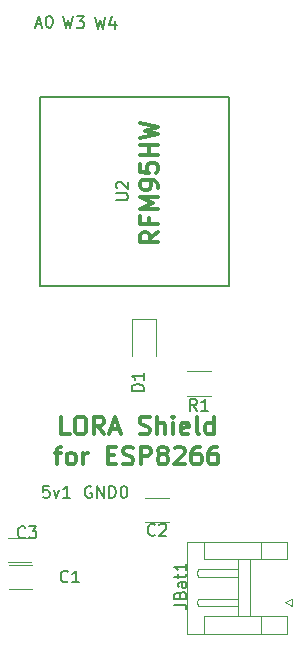
<source format=gbr>
G04 #@! TF.FileFunction,Legend,Top*
%FSLAX46Y46*%
G04 Gerber Fmt 4.6, Leading zero omitted, Abs format (unit mm)*
G04 Created by KiCad (PCBNEW 4.0.4-stable) date 04/06/17 15:32:41*
%MOMM*%
%LPD*%
G01*
G04 APERTURE LIST*
%ADD10C,0.100000*%
%ADD11C,0.300000*%
%ADD12C,0.150000*%
%ADD13C,0.120000*%
G04 APERTURE END LIST*
D10*
D11*
X144493371Y-112565142D02*
X143779086Y-113065142D01*
X144493371Y-113422285D02*
X142993371Y-113422285D01*
X142993371Y-112850857D01*
X143064800Y-112707999D01*
X143136229Y-112636571D01*
X143279086Y-112565142D01*
X143493371Y-112565142D01*
X143636229Y-112636571D01*
X143707657Y-112707999D01*
X143779086Y-112850857D01*
X143779086Y-113422285D01*
X143707657Y-111422285D02*
X143707657Y-111922285D01*
X144493371Y-111922285D02*
X142993371Y-111922285D01*
X142993371Y-111207999D01*
X144493371Y-110636571D02*
X142993371Y-110636571D01*
X144064800Y-110136571D01*
X142993371Y-109636571D01*
X144493371Y-109636571D01*
X144493371Y-108850857D02*
X144493371Y-108565142D01*
X144421943Y-108422285D01*
X144350514Y-108350857D01*
X144136229Y-108207999D01*
X143850514Y-108136571D01*
X143279086Y-108136571D01*
X143136229Y-108207999D01*
X143064800Y-108279428D01*
X142993371Y-108422285D01*
X142993371Y-108707999D01*
X143064800Y-108850857D01*
X143136229Y-108922285D01*
X143279086Y-108993714D01*
X143636229Y-108993714D01*
X143779086Y-108922285D01*
X143850514Y-108850857D01*
X143921943Y-108707999D01*
X143921943Y-108422285D01*
X143850514Y-108279428D01*
X143779086Y-108207999D01*
X143636229Y-108136571D01*
X142993371Y-106779428D02*
X142993371Y-107493714D01*
X143707657Y-107565143D01*
X143636229Y-107493714D01*
X143564800Y-107350857D01*
X143564800Y-106993714D01*
X143636229Y-106850857D01*
X143707657Y-106779428D01*
X143850514Y-106708000D01*
X144207657Y-106708000D01*
X144350514Y-106779428D01*
X144421943Y-106850857D01*
X144493371Y-106993714D01*
X144493371Y-107350857D01*
X144421943Y-107493714D01*
X144350514Y-107565143D01*
X144493371Y-106065143D02*
X142993371Y-106065143D01*
X143707657Y-106065143D02*
X143707657Y-105208000D01*
X144493371Y-105208000D02*
X142993371Y-105208000D01*
X142993371Y-104636571D02*
X144493371Y-104279428D01*
X143421943Y-103993714D01*
X144493371Y-103708000D01*
X142993371Y-103350857D01*
X136998001Y-129705571D02*
X136283715Y-129705571D01*
X136283715Y-128205571D01*
X137783715Y-128205571D02*
X138069429Y-128205571D01*
X138212287Y-128277000D01*
X138355144Y-128419857D01*
X138426572Y-128705571D01*
X138426572Y-129205571D01*
X138355144Y-129491286D01*
X138212287Y-129634143D01*
X138069429Y-129705571D01*
X137783715Y-129705571D01*
X137640858Y-129634143D01*
X137498001Y-129491286D01*
X137426572Y-129205571D01*
X137426572Y-128705571D01*
X137498001Y-128419857D01*
X137640858Y-128277000D01*
X137783715Y-128205571D01*
X139926573Y-129705571D02*
X139426573Y-128991286D01*
X139069430Y-129705571D02*
X139069430Y-128205571D01*
X139640858Y-128205571D01*
X139783716Y-128277000D01*
X139855144Y-128348429D01*
X139926573Y-128491286D01*
X139926573Y-128705571D01*
X139855144Y-128848429D01*
X139783716Y-128919857D01*
X139640858Y-128991286D01*
X139069430Y-128991286D01*
X140498001Y-129277000D02*
X141212287Y-129277000D01*
X140355144Y-129705571D02*
X140855144Y-128205571D01*
X141355144Y-129705571D01*
X142926572Y-129634143D02*
X143140858Y-129705571D01*
X143498001Y-129705571D01*
X143640858Y-129634143D01*
X143712287Y-129562714D01*
X143783715Y-129419857D01*
X143783715Y-129277000D01*
X143712287Y-129134143D01*
X143640858Y-129062714D01*
X143498001Y-128991286D01*
X143212287Y-128919857D01*
X143069429Y-128848429D01*
X142998001Y-128777000D01*
X142926572Y-128634143D01*
X142926572Y-128491286D01*
X142998001Y-128348429D01*
X143069429Y-128277000D01*
X143212287Y-128205571D01*
X143569429Y-128205571D01*
X143783715Y-128277000D01*
X144426572Y-129705571D02*
X144426572Y-128205571D01*
X145069429Y-129705571D02*
X145069429Y-128919857D01*
X144998000Y-128777000D01*
X144855143Y-128705571D01*
X144640858Y-128705571D01*
X144498000Y-128777000D01*
X144426572Y-128848429D01*
X145783715Y-129705571D02*
X145783715Y-128705571D01*
X145783715Y-128205571D02*
X145712286Y-128277000D01*
X145783715Y-128348429D01*
X145855143Y-128277000D01*
X145783715Y-128205571D01*
X145783715Y-128348429D01*
X147069429Y-129634143D02*
X146926572Y-129705571D01*
X146640858Y-129705571D01*
X146498001Y-129634143D01*
X146426572Y-129491286D01*
X146426572Y-128919857D01*
X146498001Y-128777000D01*
X146640858Y-128705571D01*
X146926572Y-128705571D01*
X147069429Y-128777000D01*
X147140858Y-128919857D01*
X147140858Y-129062714D01*
X146426572Y-129205571D01*
X147998001Y-129705571D02*
X147855143Y-129634143D01*
X147783715Y-129491286D01*
X147783715Y-128205571D01*
X149212286Y-129705571D02*
X149212286Y-128205571D01*
X149212286Y-129634143D02*
X149069429Y-129705571D01*
X148783715Y-129705571D01*
X148640857Y-129634143D01*
X148569429Y-129562714D01*
X148498000Y-129419857D01*
X148498000Y-128991286D01*
X148569429Y-128848429D01*
X148640857Y-128777000D01*
X148783715Y-128705571D01*
X149069429Y-128705571D01*
X149212286Y-128777000D01*
X135748001Y-131255571D02*
X136319430Y-131255571D01*
X135962287Y-132255571D02*
X135962287Y-130969857D01*
X136033715Y-130827000D01*
X136176573Y-130755571D01*
X136319430Y-130755571D01*
X137033716Y-132255571D02*
X136890858Y-132184143D01*
X136819430Y-132112714D01*
X136748001Y-131969857D01*
X136748001Y-131541286D01*
X136819430Y-131398429D01*
X136890858Y-131327000D01*
X137033716Y-131255571D01*
X137248001Y-131255571D01*
X137390858Y-131327000D01*
X137462287Y-131398429D01*
X137533716Y-131541286D01*
X137533716Y-131969857D01*
X137462287Y-132112714D01*
X137390858Y-132184143D01*
X137248001Y-132255571D01*
X137033716Y-132255571D01*
X138176573Y-132255571D02*
X138176573Y-131255571D01*
X138176573Y-131541286D02*
X138248001Y-131398429D01*
X138319430Y-131327000D01*
X138462287Y-131255571D01*
X138605144Y-131255571D01*
X140248001Y-131469857D02*
X140748001Y-131469857D01*
X140962287Y-132255571D02*
X140248001Y-132255571D01*
X140248001Y-130755571D01*
X140962287Y-130755571D01*
X141533715Y-132184143D02*
X141748001Y-132255571D01*
X142105144Y-132255571D01*
X142248001Y-132184143D01*
X142319430Y-132112714D01*
X142390858Y-131969857D01*
X142390858Y-131827000D01*
X142319430Y-131684143D01*
X142248001Y-131612714D01*
X142105144Y-131541286D01*
X141819430Y-131469857D01*
X141676572Y-131398429D01*
X141605144Y-131327000D01*
X141533715Y-131184143D01*
X141533715Y-131041286D01*
X141605144Y-130898429D01*
X141676572Y-130827000D01*
X141819430Y-130755571D01*
X142176572Y-130755571D01*
X142390858Y-130827000D01*
X143033715Y-132255571D02*
X143033715Y-130755571D01*
X143605143Y-130755571D01*
X143748001Y-130827000D01*
X143819429Y-130898429D01*
X143890858Y-131041286D01*
X143890858Y-131255571D01*
X143819429Y-131398429D01*
X143748001Y-131469857D01*
X143605143Y-131541286D01*
X143033715Y-131541286D01*
X144748001Y-131398429D02*
X144605143Y-131327000D01*
X144533715Y-131255571D01*
X144462286Y-131112714D01*
X144462286Y-131041286D01*
X144533715Y-130898429D01*
X144605143Y-130827000D01*
X144748001Y-130755571D01*
X145033715Y-130755571D01*
X145176572Y-130827000D01*
X145248001Y-130898429D01*
X145319429Y-131041286D01*
X145319429Y-131112714D01*
X145248001Y-131255571D01*
X145176572Y-131327000D01*
X145033715Y-131398429D01*
X144748001Y-131398429D01*
X144605143Y-131469857D01*
X144533715Y-131541286D01*
X144462286Y-131684143D01*
X144462286Y-131969857D01*
X144533715Y-132112714D01*
X144605143Y-132184143D01*
X144748001Y-132255571D01*
X145033715Y-132255571D01*
X145176572Y-132184143D01*
X145248001Y-132112714D01*
X145319429Y-131969857D01*
X145319429Y-131684143D01*
X145248001Y-131541286D01*
X145176572Y-131469857D01*
X145033715Y-131398429D01*
X145890857Y-130898429D02*
X145962286Y-130827000D01*
X146105143Y-130755571D01*
X146462286Y-130755571D01*
X146605143Y-130827000D01*
X146676572Y-130898429D01*
X146748000Y-131041286D01*
X146748000Y-131184143D01*
X146676572Y-131398429D01*
X145819429Y-132255571D01*
X146748000Y-132255571D01*
X148033714Y-130755571D02*
X147748000Y-130755571D01*
X147605143Y-130827000D01*
X147533714Y-130898429D01*
X147390857Y-131112714D01*
X147319428Y-131398429D01*
X147319428Y-131969857D01*
X147390857Y-132112714D01*
X147462285Y-132184143D01*
X147605143Y-132255571D01*
X147890857Y-132255571D01*
X148033714Y-132184143D01*
X148105143Y-132112714D01*
X148176571Y-131969857D01*
X148176571Y-131612714D01*
X148105143Y-131469857D01*
X148033714Y-131398429D01*
X147890857Y-131327000D01*
X147605143Y-131327000D01*
X147462285Y-131398429D01*
X147390857Y-131469857D01*
X147319428Y-131612714D01*
X149462285Y-130755571D02*
X149176571Y-130755571D01*
X149033714Y-130827000D01*
X148962285Y-130898429D01*
X148819428Y-131112714D01*
X148747999Y-131398429D01*
X148747999Y-131969857D01*
X148819428Y-132112714D01*
X148890856Y-132184143D01*
X149033714Y-132255571D01*
X149319428Y-132255571D01*
X149462285Y-132184143D01*
X149533714Y-132112714D01*
X149605142Y-131969857D01*
X149605142Y-131612714D01*
X149533714Y-131469857D01*
X149462285Y-131398429D01*
X149319428Y-131327000D01*
X149033714Y-131327000D01*
X148890856Y-131398429D01*
X148819428Y-131469857D01*
X148747999Y-131612714D01*
D12*
X134483600Y-117119400D02*
X150483600Y-117119400D01*
X150483600Y-117119400D02*
X150483600Y-101119400D01*
X150483600Y-101119400D02*
X134483600Y-101119400D01*
X134483600Y-101119400D02*
X134483600Y-117119400D01*
D13*
X153221600Y-145091800D02*
X155421600Y-145091800D01*
X155421600Y-145091800D02*
X155421600Y-146591800D01*
X155421600Y-146591800D02*
X146921600Y-146591800D01*
X146921600Y-146591800D02*
X146921600Y-138791800D01*
X146921600Y-138791800D02*
X155421600Y-138791800D01*
X155421600Y-138791800D02*
X155421600Y-140291800D01*
X155421600Y-140291800D02*
X153221600Y-140291800D01*
X148421600Y-146591800D02*
X148421600Y-145091800D01*
X148421600Y-145091800D02*
X153221600Y-145091800D01*
X153221600Y-145091800D02*
X153221600Y-146591800D01*
X148421600Y-138791800D02*
X148421600Y-140291800D01*
X148421600Y-140291800D02*
X153221600Y-140291800D01*
X153221600Y-140291800D02*
X153221600Y-138791800D01*
X151271600Y-145091800D02*
X151271600Y-140291800D01*
X152271600Y-145091800D02*
X152271600Y-140291800D01*
X151271600Y-143941800D02*
X151271600Y-144261800D01*
X151271600Y-144261800D02*
X147851600Y-144261800D01*
X147851600Y-144261800D02*
X147771600Y-143941800D01*
X147771600Y-143941800D02*
X147851600Y-143621800D01*
X147851600Y-143621800D02*
X151271600Y-143621800D01*
X151271600Y-143621800D02*
X151271600Y-143941800D01*
X151271600Y-141441800D02*
X151271600Y-141761800D01*
X151271600Y-141761800D02*
X147851600Y-141761800D01*
X147851600Y-141761800D02*
X147771600Y-141441800D01*
X147771600Y-141441800D02*
X147851600Y-141121800D01*
X147851600Y-141121800D02*
X151271600Y-141121800D01*
X151271600Y-141121800D02*
X151271600Y-141441800D01*
X155271600Y-143941800D02*
X155871600Y-144241800D01*
X155871600Y-144241800D02*
X155871600Y-143641800D01*
X155871600Y-143641800D02*
X155271600Y-143941800D01*
X131842000Y-142815500D02*
X133842000Y-142815500D01*
X133842000Y-140775500D02*
X131842000Y-140775500D01*
X143399000Y-137100500D02*
X145399000Y-137100500D01*
X145399000Y-135060500D02*
X143399000Y-135060500D01*
X131778500Y-140529500D02*
X133778500Y-140529500D01*
X133778500Y-138489500D02*
X131778500Y-138489500D01*
X144335500Y-119910500D02*
X142303500Y-119910500D01*
X144344500Y-123110500D02*
X144344500Y-119910500D01*
X142294500Y-119910500D02*
X142294500Y-123110500D01*
X146955000Y-124342500D02*
X148955000Y-124342500D01*
X148955000Y-126482500D02*
X146955000Y-126482500D01*
D12*
X135270953Y-134072381D02*
X134794762Y-134072381D01*
X134747143Y-134548571D01*
X134794762Y-134500952D01*
X134890000Y-134453333D01*
X135128096Y-134453333D01*
X135223334Y-134500952D01*
X135270953Y-134548571D01*
X135318572Y-134643810D01*
X135318572Y-134881905D01*
X135270953Y-134977143D01*
X135223334Y-135024762D01*
X135128096Y-135072381D01*
X134890000Y-135072381D01*
X134794762Y-135024762D01*
X134747143Y-134977143D01*
X135651905Y-134405714D02*
X135890000Y-135072381D01*
X136128096Y-134405714D01*
X137032858Y-135072381D02*
X136461429Y-135072381D01*
X136747143Y-135072381D02*
X136747143Y-134072381D01*
X136651905Y-134215238D01*
X136556667Y-134310476D01*
X136461429Y-134358095D01*
X134134314Y-94984867D02*
X134610505Y-94984867D01*
X134039076Y-95270581D02*
X134372409Y-94270581D01*
X134705743Y-95270581D01*
X135229552Y-94270581D02*
X135324791Y-94270581D01*
X135420029Y-94318200D01*
X135467648Y-94365819D01*
X135515267Y-94461057D01*
X135562886Y-94651533D01*
X135562886Y-94889629D01*
X135515267Y-95080105D01*
X135467648Y-95175343D01*
X135420029Y-95222962D01*
X135324791Y-95270581D01*
X135229552Y-95270581D01*
X135134314Y-95222962D01*
X135086695Y-95175343D01*
X135039076Y-95080105D01*
X134991457Y-94889629D01*
X134991457Y-94651533D01*
X135039076Y-94461057D01*
X135086695Y-94365819D01*
X135134314Y-94318200D01*
X135229552Y-94270581D01*
X140935981Y-109881305D02*
X141745505Y-109881305D01*
X141840743Y-109833686D01*
X141888362Y-109786067D01*
X141935981Y-109690829D01*
X141935981Y-109500352D01*
X141888362Y-109405114D01*
X141840743Y-109357495D01*
X141745505Y-109309876D01*
X140935981Y-109309876D01*
X141031219Y-108881305D02*
X140983600Y-108833686D01*
X140935981Y-108738448D01*
X140935981Y-108500352D01*
X140983600Y-108405114D01*
X141031219Y-108357495D01*
X141126457Y-108309876D01*
X141221695Y-108309876D01*
X141364552Y-108357495D01*
X141935981Y-108928924D01*
X141935981Y-108309876D01*
X136458438Y-94321381D02*
X136696533Y-95321381D01*
X136887010Y-94607095D01*
X137077486Y-95321381D01*
X137315581Y-94321381D01*
X137601295Y-94321381D02*
X138220343Y-94321381D01*
X137887009Y-94702333D01*
X138029867Y-94702333D01*
X138125105Y-94749952D01*
X138172724Y-94797571D01*
X138220343Y-94892810D01*
X138220343Y-95130905D01*
X138172724Y-95226143D01*
X138125105Y-95273762D01*
X138029867Y-95321381D01*
X137744152Y-95321381D01*
X137648914Y-95273762D01*
X137601295Y-95226143D01*
X139176238Y-94346781D02*
X139414333Y-95346781D01*
X139604810Y-94632495D01*
X139795286Y-95346781D01*
X140033381Y-94346781D01*
X140842905Y-94680114D02*
X140842905Y-95346781D01*
X140604809Y-94299162D02*
X140366714Y-95013448D01*
X140985762Y-95013448D01*
X138842905Y-134145400D02*
X138747667Y-134097781D01*
X138604810Y-134097781D01*
X138461952Y-134145400D01*
X138366714Y-134240638D01*
X138319095Y-134335876D01*
X138271476Y-134526352D01*
X138271476Y-134669210D01*
X138319095Y-134859686D01*
X138366714Y-134954924D01*
X138461952Y-135050162D01*
X138604810Y-135097781D01*
X138700048Y-135097781D01*
X138842905Y-135050162D01*
X138890524Y-135002543D01*
X138890524Y-134669210D01*
X138700048Y-134669210D01*
X139319095Y-135097781D02*
X139319095Y-134097781D01*
X139890524Y-135097781D01*
X139890524Y-134097781D01*
X140366714Y-135097781D02*
X140366714Y-134097781D01*
X140604809Y-134097781D01*
X140747667Y-134145400D01*
X140842905Y-134240638D01*
X140890524Y-134335876D01*
X140938143Y-134526352D01*
X140938143Y-134669210D01*
X140890524Y-134859686D01*
X140842905Y-134954924D01*
X140747667Y-135050162D01*
X140604809Y-135097781D01*
X140366714Y-135097781D01*
X141557190Y-134097781D02*
X141652429Y-134097781D01*
X141747667Y-134145400D01*
X141795286Y-134193019D01*
X141842905Y-134288257D01*
X141890524Y-134478733D01*
X141890524Y-134716829D01*
X141842905Y-134907305D01*
X141795286Y-135002543D01*
X141747667Y-135050162D01*
X141652429Y-135097781D01*
X141557190Y-135097781D01*
X141461952Y-135050162D01*
X141414333Y-135002543D01*
X141366714Y-134907305D01*
X141319095Y-134716829D01*
X141319095Y-134478733D01*
X141366714Y-134288257D01*
X141414333Y-134193019D01*
X141461952Y-134145400D01*
X141557190Y-134097781D01*
X145883381Y-144128928D02*
X146597667Y-144128928D01*
X146740524Y-144176548D01*
X146835762Y-144271786D01*
X146883381Y-144414643D01*
X146883381Y-144509881D01*
X146359571Y-143319404D02*
X146407190Y-143176547D01*
X146454810Y-143128928D01*
X146550048Y-143081309D01*
X146692905Y-143081309D01*
X146788143Y-143128928D01*
X146835762Y-143176547D01*
X146883381Y-143271785D01*
X146883381Y-143652738D01*
X145883381Y-143652738D01*
X145883381Y-143319404D01*
X145931000Y-143224166D01*
X145978619Y-143176547D01*
X146073857Y-143128928D01*
X146169095Y-143128928D01*
X146264333Y-143176547D01*
X146311952Y-143224166D01*
X146359571Y-143319404D01*
X146359571Y-143652738D01*
X146883381Y-142224166D02*
X146359571Y-142224166D01*
X146264333Y-142271785D01*
X146216714Y-142367023D01*
X146216714Y-142557500D01*
X146264333Y-142652738D01*
X146835762Y-142224166D02*
X146883381Y-142319404D01*
X146883381Y-142557500D01*
X146835762Y-142652738D01*
X146740524Y-142700357D01*
X146645286Y-142700357D01*
X146550048Y-142652738D01*
X146502429Y-142557500D01*
X146502429Y-142319404D01*
X146454810Y-142224166D01*
X146216714Y-141890833D02*
X146216714Y-141509881D01*
X145883381Y-141747976D02*
X146740524Y-141747976D01*
X146835762Y-141700357D01*
X146883381Y-141605119D01*
X146883381Y-141509881D01*
X146883381Y-140652737D02*
X146883381Y-141224166D01*
X146883381Y-140938452D02*
X145883381Y-140938452D01*
X146026238Y-141033690D01*
X146121476Y-141128928D01*
X146169095Y-141224166D01*
X136866334Y-142152643D02*
X136818715Y-142200262D01*
X136675858Y-142247881D01*
X136580620Y-142247881D01*
X136437762Y-142200262D01*
X136342524Y-142105024D01*
X136294905Y-142009786D01*
X136247286Y-141819310D01*
X136247286Y-141676452D01*
X136294905Y-141485976D01*
X136342524Y-141390738D01*
X136437762Y-141295500D01*
X136580620Y-141247881D01*
X136675858Y-141247881D01*
X136818715Y-141295500D01*
X136866334Y-141343119D01*
X137818715Y-142247881D02*
X137247286Y-142247881D01*
X137533000Y-142247881D02*
X137533000Y-141247881D01*
X137437762Y-141390738D01*
X137342524Y-141485976D01*
X137247286Y-141533595D01*
X144232334Y-138187643D02*
X144184715Y-138235262D01*
X144041858Y-138282881D01*
X143946620Y-138282881D01*
X143803762Y-138235262D01*
X143708524Y-138140024D01*
X143660905Y-138044786D01*
X143613286Y-137854310D01*
X143613286Y-137711452D01*
X143660905Y-137520976D01*
X143708524Y-137425738D01*
X143803762Y-137330500D01*
X143946620Y-137282881D01*
X144041858Y-137282881D01*
X144184715Y-137330500D01*
X144232334Y-137378119D01*
X144613286Y-137378119D02*
X144660905Y-137330500D01*
X144756143Y-137282881D01*
X144994239Y-137282881D01*
X145089477Y-137330500D01*
X145137096Y-137378119D01*
X145184715Y-137473357D01*
X145184715Y-137568595D01*
X145137096Y-137711452D01*
X144565667Y-138282881D01*
X145184715Y-138282881D01*
X133246834Y-138406143D02*
X133199215Y-138453762D01*
X133056358Y-138501381D01*
X132961120Y-138501381D01*
X132818262Y-138453762D01*
X132723024Y-138358524D01*
X132675405Y-138263286D01*
X132627786Y-138072810D01*
X132627786Y-137929952D01*
X132675405Y-137739476D01*
X132723024Y-137644238D01*
X132818262Y-137549000D01*
X132961120Y-137501381D01*
X133056358Y-137501381D01*
X133199215Y-137549000D01*
X133246834Y-137596619D01*
X133580167Y-137501381D02*
X134199215Y-137501381D01*
X133865881Y-137882333D01*
X134008739Y-137882333D01*
X134103977Y-137929952D01*
X134151596Y-137977571D01*
X134199215Y-138072810D01*
X134199215Y-138310905D01*
X134151596Y-138406143D01*
X134103977Y-138453762D01*
X134008739Y-138501381D01*
X133723024Y-138501381D01*
X133627786Y-138453762D01*
X133580167Y-138406143D01*
X143263881Y-126023595D02*
X142263881Y-126023595D01*
X142263881Y-125785500D01*
X142311500Y-125642642D01*
X142406738Y-125547404D01*
X142501976Y-125499785D01*
X142692452Y-125452166D01*
X142835310Y-125452166D01*
X143025786Y-125499785D01*
X143121024Y-125547404D01*
X143216262Y-125642642D01*
X143263881Y-125785500D01*
X143263881Y-126023595D01*
X143263881Y-124499785D02*
X143263881Y-125071214D01*
X143263881Y-124785500D02*
X142263881Y-124785500D01*
X142406738Y-124880738D01*
X142501976Y-124975976D01*
X142549595Y-125071214D01*
X147788334Y-127714881D02*
X147455000Y-127238690D01*
X147216905Y-127714881D02*
X147216905Y-126714881D01*
X147597858Y-126714881D01*
X147693096Y-126762500D01*
X147740715Y-126810119D01*
X147788334Y-126905357D01*
X147788334Y-127048214D01*
X147740715Y-127143452D01*
X147693096Y-127191071D01*
X147597858Y-127238690D01*
X147216905Y-127238690D01*
X148740715Y-127714881D02*
X148169286Y-127714881D01*
X148455000Y-127714881D02*
X148455000Y-126714881D01*
X148359762Y-126857738D01*
X148264524Y-126952976D01*
X148169286Y-127000595D01*
M02*

</source>
